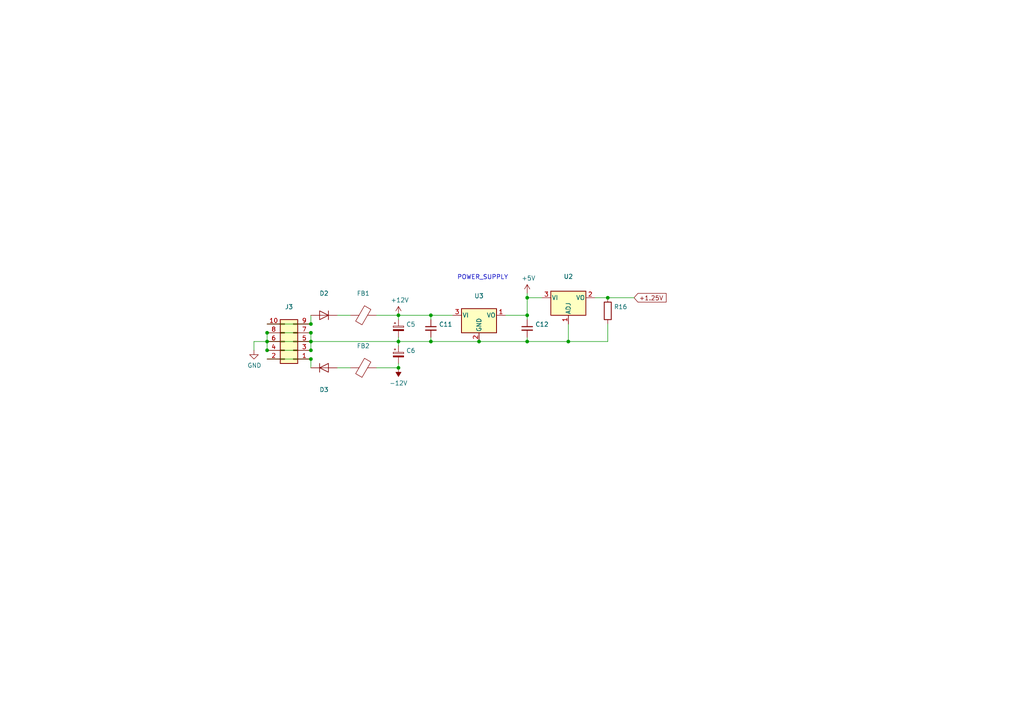
<source format=kicad_sch>
(kicad_sch (version 20211123) (generator eeschema)
  (paper "A4")
  (title_block (title "TCE / Two Comparator Effect") (date "2023-08-06") (rev "0.1.3") (company "Octopus Arts") (comment 1 "eurorack version by Bill Fisher") (comment 2 "original design by Rob Schafer, updated by cyberboy666"))
  (lib_symbols
    (symbol "Connector_Generic:Conn_02x05_Odd_Even" (pin_names (offset 1.016) hide)
      (property "Reference" "J" (at 1.27 7.62 0))
      (property "Value" "Conn_02x05_Odd_Even" (at 1.27 -7.62 0))
      (symbol "Conn_02x05_Odd_Even_1_1"
        (rectangle (start -1.27 -4.953) (end 0 -5.207) (stroke (width 0.1524)))
        (rectangle (start -1.27 -2.413) (end 0 -2.667) (stroke (width 0.1524)))
        (rectangle (start -1.27 0.127) (end 0 -0.127) (stroke (width 0.1524)))
        (rectangle (start -1.27 2.667) (end 0 2.413) (stroke (width 0.1524)))
        (rectangle (start -1.27 5.207) (end 0 4.953) (stroke (width 0.1524)))
        (rectangle (start -1.27 6.35) (end 3.81 -6.35) (stroke (width 0.254)) (fill (type background)))
        (rectangle (start 3.81 -4.953) (end 2.54 -5.207) (stroke (width 0.1524)))
        (rectangle (start 3.81 -2.413) (end 2.54 -2.667) (stroke (width 0.1524)))
        (rectangle (start 3.81 0.127) (end 2.54 -0.127) (stroke (width 0.1524)))
        (rectangle (start 3.81 2.667) (end 2.54 2.413) (stroke (width 0.1524)))
        (rectangle (start 3.81 5.207) (end 2.54 4.953) (stroke (width 0.1524)))
        (pin passive line (at -5.08 5.08 0) (length 3.81) (name "Pin_1") (number "1"))
        (pin passive line (at 7.62 -5.08 180) (length 3.81) (name "Pin_10") (number "10"))
        (pin passive line (at 7.62 5.08 180) (length 3.81) (name "Pin_2") (number "2"))
        (pin passive line (at -5.08 2.54 0) (length 3.81) (name "Pin_3") (number "3"))
        (pin passive line (at 7.62 2.54 180) (length 3.81) (name "Pin_4") (number "4"))
        (pin passive line (at -5.08 0 0) (length 3.81) (name "Pin_5") (number "5"))
        (pin passive line (at 7.62 0 180) (length 3.81) (name "Pin_6") (number "6"))
        (pin passive line (at -5.08 -2.54 0) (length 3.81) (name "Pin_7") (number "7"))
        (pin passive line (at 7.62 -2.54 180) (length 3.81) (name "Pin_8") (number "8"))
        (pin passive line (at -5.08 -5.08 0) (length 3.81) (name "Pin_9") (number "9"))
      )
    )
    (symbol "Device:C_Small" (pin_numbers hide) (pin_names (offset 0.254) hide)
      (property "Reference" "C" (at 0.254 1.778 0))
      (property "Value" "C_Small" (at 0.254 -2.032 0))
      (symbol "C_Small_0_1"
        (polyline (pts (xy -1.524 -0.508) (xy 1.524 -0.508)) (stroke (width 0.3302)))
        (polyline (pts (xy -1.524 0.508) (xy 1.524 0.508)) (stroke (width 0.3048)))
      )
      (symbol "C_Small_1_1"
        (pin passive line (at 0 2.54 270) (length 2.032) (name "~") (number "1"))
        (pin passive line (at 0 -2.54 90) (length 2.032) (name "~") (number "2"))
      )
    )
    (symbol "Device:FerriteBead" (pin_numbers hide) (pin_names (offset 0))
      (property "Reference" "FB" (at -3.81 0.635 90))
      (property "Value" "FerriteBead" (at 3.81 0 90))
      (symbol "FerriteBead_0_1"
        (polyline (pts (xy 0 -1.27) (xy 0 -1.2192)))
        (polyline (pts (xy 0 1.27) (xy 0 1.2954)))
        (polyline (pts (xy -2.7686 0.4064) (xy -1.7018 2.2606) (xy 2.7686 -0.3048) (xy 1.6764 -2.159) (xy -2.7686 0.4064)))
      )
      (symbol "FerriteBead_1_1"
        (pin passive line (at 0 3.81 270) (length 2.54) (name "~") (number "1"))
        (pin passive line (at 0 -3.81 90) (length 2.54) (name "~") (number "2"))
      )
    )
    (symbol "Device:R" (pin_numbers hide) (pin_names (offset 0))
      (property "Reference" "R" (at 2.032 0 90))
      (property "Value" "R" (at 0 0 90))
      (symbol "R_0_1"
        (rectangle (start -1.016 -2.54) (end 1.016 2.54) (stroke (width 0.254)))
      )
      (symbol "R_1_1"
        (pin passive line (at 0 3.81 270) (length 1.27) (name "~") (number "1"))
        (pin passive line (at 0 -3.81 90) (length 1.27) (name "~") (number "2"))
      )
    )
    (symbol "Regulator_Linear:L78L05_TO92" (pin_names (offset 0.254))
      (property "Reference" "U" (at -3.81 3.175 0))
      (property "Value" "L78L05_TO92" (at 0 3.175 0))
      (symbol "L78L05_TO92_0_1"
        (rectangle (start -5.08 -5.08) (end 5.08 1.905) (stroke (width 0.254)) (fill (type background)))
      )
      (symbol "L78L05_TO92_1_1"
        (pin power_out line (at 7.62 0 180) (length 2.54) (name "VO") (number "1"))
        (pin power_in line (at 0 -7.62 90) (length 2.54) (name "GND") (number "2"))
        (pin power_in line (at -7.62 0 0) (length 2.54) (name "VI") (number "3"))
      )
    )
    (symbol "Regulator_Linear:LM317L_TO92" (pin_names (offset 0.254))
      (property "Reference" "U" (at -3.81 3.175 0))
      (property "Value" "LM317L_TO92" (at 0 3.175 0))
      (symbol "LM317L_TO92_0_1"
        (rectangle (start -5.08 1.905) (end 5.08 -5.08) (stroke (width 0.254)) (fill (type background)))
      )
      (symbol "LM317L_TO92_1_1"
        (pin input line (at 0 -7.62 90) (length 2.54) (name "ADJ") (number "1"))
        (pin power_out line (at 7.62 0 180) (length 2.54) (name "VO") (number "2"))
        (pin power_in line (at -7.62 0 0) (length 2.54) (name "VI") (number "3"))
      )
    )
    (symbol "Sync-Ope-proto-rescue:+12V-power" (power) (pin_names (offset 0))
      (property "Value" "+12V-power" (at 0 3.556 0))
      (symbol "+12V-power_0_1"
        (polyline (pts (xy -0.762 1.27) (xy 0 2.54)))
        (polyline (pts (xy 0 0) (xy 0 2.54)))
        (polyline (pts (xy 0 2.54) (xy 0.762 1.27)))
      )
      (symbol "+12V-power_1_1"
        (pin power_in line (at 0 0 90) (length 0) hide (name "+12V") (number "1"))
      )
    )
    (symbol "Sync-Ope-proto-rescue:CP_Small-Device" (pin_numbers hide) (pin_names (offset 0.254) hide)
      (property "Reference" "C" (at 0.254 1.778 0))
      (property "Value" "CP_Small-Device" (at 0.254 -2.032 0))
      (symbol "CP_Small-Device_0_1"
        (rectangle (start -1.524 -0.3048) (end 1.524 -0.6858) (fill (type outline)))
        (rectangle (start -1.524 0.6858) (end 1.524 0.3048))
        (polyline (pts (xy -1.27 1.524) (xy -0.762 1.524)))
        (polyline (pts (xy -1.016 1.27) (xy -1.016 1.778)))
      )
      (symbol "CP_Small-Device_1_1"
        (pin passive line (at 0 2.54 270) (length 1.8542) (name "~") (number "1"))
        (pin passive line (at 0 -2.54 90) (length 1.8542) (name "~") (number "2"))
      )
    )
    (symbol "Sync-Ope-proto-rescue:D-Device" (pin_numbers hide) (pin_names (offset 1.016) hide)
      (property "Reference" "D" (at 0 2.54 0))
      (property "Value" "D-Device" (at 0 -2.54 0))
      (symbol "D-Device_0_1"
        (polyline (pts (xy -1.27 1.27) (xy -1.27 -1.27)) (stroke (width 0.2032)))
        (polyline (pts (xy 1.27 0) (xy -1.27 0)))
        (polyline (pts (xy 1.27 1.27) (xy 1.27 -1.27) (xy -1.27 0) (xy 1.27 1.27)) (stroke (width 0.2032)))
      )
      (symbol "D-Device_1_1"
        (pin passive line (at -3.81 0 0) (length 2.54) (name "K") (number "1"))
        (pin passive line (at 3.81 0 180) (length 2.54) (name "A") (number "2"))
      )
    )
    (symbol "Sync-Ope-proto-rescue:GND-power" (power) (pin_names (offset 0))
      (property "Value" "GND-power" (at 0 -3.81 0))
      (symbol "GND-power_0_1"
        (polyline (pts (xy 0 0) (xy 0 -1.27) (xy 1.27 -1.27) (xy 0 -2.54) (xy -1.27 -1.27) (xy 0 -1.27)))
      )
      (symbol "GND-power_1_1"
        (pin power_in line (at 0 0 270) (length 0) hide (name "GND") (number "1"))
      )
    )
    (symbol "power:+5V" (power) (pin_names (offset 0))
      (property "Value" "+5V" (at 0 3.556 0))
      (symbol "+5V_0_1"
        (polyline (pts (xy -0.762 1.27) (xy 0 2.54)))
        (polyline (pts (xy 0 0) (xy 0 2.54)))
        (polyline (pts (xy 0 2.54) (xy 0.762 1.27)))
      )
      (symbol "+5V_1_1"
        (pin power_in line (at 0 0 90) (length 0) hide (name "+5V") (number "1"))
      )
    )
    (symbol "power:-12V" (power) (pin_names (offset 0))
      (property "Value" "-12V" (at 0 3.81 0))
      (symbol "-12V_0_0"
        (pin power_in line (at 0 0 90) (length 0) hide (name "-12V") (number "1"))
      )
      (symbol "-12V_0_1"
        (polyline (pts (xy 0 0) (xy 0 1.27) (xy 0.762 1.27) (xy 0 2.54) (xy -0.762 1.27) (xy 0 1.27)) (fill (type outline)))
      )
    )
  )
  (junction (at 124.968 99.06))
  (junction (at 152.908 91.44))
  (junction (at 77.47 96.52))
  (junction (at 176.276 86.36))
  (junction (at 90.17 99.06))
  (junction (at 164.846 99.06))
  (junction (at 152.908 86.36))
  (junction (at 124.968 91.44))
  (junction (at 90.17 93.98))
  (junction (at 90.17 104.14))
  (junction (at 77.47 99.06))
  (junction (at 77.47 101.6))
  (junction (at 138.938 99.06))
  (junction (at 90.17 101.6))
  (junction (at 115.57 106.68))
  (junction (at 115.57 99.06))
  (junction (at 152.908 99.06))
  (junction (at 90.17 96.52))
  (junction (at 115.57 91.44))
  (wire (pts (xy 115.57 106.68) (xy 115.57 105.41)))
  (wire (pts (xy 115.57 99.06) (xy 124.968 99.06)))
  (wire (pts (xy 90.17 99.06) (xy 90.17 101.6)))
  (wire (pts (xy 77.47 99.06) (xy 90.17 99.06)))
  (wire (pts (xy 152.908 85.09) (xy 152.908 86.36)))
  (wire (pts (xy 97.79 91.44) (xy 101.6 91.44)))
  (wire (pts (xy 77.47 104.14) (xy 90.17 104.14)))
  (wire (pts (xy 124.968 91.44) (xy 131.318 91.44)))
  (wire (pts (xy 176.276 86.36) (xy 183.896 86.36)))
  (wire (pts (xy 172.466 86.36) (xy 176.276 86.36)))
  (wire (pts (xy 115.57 91.44) (xy 124.968 91.44)))
  (wire (pts (xy 90.17 96.52) (xy 90.17 99.06)))
  (wire (pts (xy 152.908 91.44) (xy 152.908 92.71)))
  (wire (pts (xy 77.47 96.52) (xy 90.17 96.52)))
  (wire (pts (xy 90.17 99.06) (xy 115.57 99.06)))
  (wire (pts (xy 124.968 99.06) (xy 138.938 99.06)))
  (wire (pts (xy 124.968 91.44) (xy 124.968 92.71)))
  (wire (pts (xy 115.57 97.79) (xy 115.57 99.06)))
  (wire (pts (xy 90.17 93.98) (xy 90.17 91.44)))
  (wire (pts (xy 138.938 99.06) (xy 152.908 99.06)))
  (wire (pts (xy 77.47 96.52) (xy 77.47 99.06)))
  (wire (pts (xy 115.57 91.44) (xy 115.57 92.71)))
  (wire (pts (xy 97.79 106.68) (xy 101.6 106.68)))
  (wire (pts (xy 164.846 99.06) (xy 176.276 99.06)))
  (wire (pts (xy 164.846 93.98) (xy 164.846 99.06)))
  (wire (pts (xy 176.276 99.06) (xy 176.276 93.98)))
  (wire (pts (xy 77.47 101.6) (xy 90.17 101.6)))
  (wire (pts (xy 90.17 104.14) (xy 90.17 106.68)))
  (wire (pts (xy 152.908 91.44) (xy 152.908 86.36)))
  (wire (pts (xy 124.968 97.79) (xy 124.968 99.06)))
  (wire (pts (xy 146.558 91.44) (xy 152.908 91.44)))
  (wire (pts (xy 109.22 106.68) (xy 115.57 106.68)))
  (wire (pts (xy 152.908 97.79) (xy 152.908 99.06)))
  (wire (pts (xy 77.47 99.06) (xy 77.47 101.6)))
  (wire (pts (xy 115.57 99.06) (xy 115.57 100.33)))
  (wire (pts (xy 152.908 99.06) (xy 164.846 99.06)))
  (wire (pts (xy 152.908 86.36) (xy 157.226 86.36)))
  (wire (pts (xy 109.22 91.44) (xy 115.57 91.44)))
  (wire (pts (xy 77.47 99.06) (xy 73.66 99.06)))
  (wire (pts (xy 73.66 99.06) (xy 73.66 101.6)))
  (wire (pts (xy 77.47 93.98) (xy 90.17 93.98)))
  (text "POWER_SUPPLY" (at 132.588 81.28 0) (effects (font (size 1.27 1.27)) (justify left bottom)))
  (global_label "+1.25V" (shape input) (at 183.896 86.36 0) (property "Intersheet References" "${INTERSHEET_REFS}" (effects hide)))
  (symbol (lib_id "Connector_Generic:Conn_02x05_Odd_Even") (at 85.09 99.06 180) (unit 1)
    (property "Reference" "J3" (at 83.82 89.0102 0))
  )
  (symbol (lib_id "Device:C_Small") (at 152.908 95.25 0) (unit 1)
    (property "Reference" "C12" (at 155.2448 94.0816 0) (effects (justify left)))
  )
  (symbol (lib_id "power:+5V") (at 152.908 85.09 0) (unit 1)
    (property "Reference" "#PWR?" (effects hide))
  )
  (symbol (lib_id "Sync-Ope-proto-rescue:D-Device") (at 93.98 106.68 0) (unit 1)
    (property "Reference" "D3" (at 93.98 113.03 0))
  )
  (symbol (lib_id "power:-12V") (at 115.57 106.68 180) (unit 1)
    (property "Reference" "#PWR?" (effects hide))
  )
  (symbol (lib_id "Sync-Ope-proto-rescue:CP_Small-Device") (at 115.57 95.25 0) (unit 1)
    (property "Reference" "C5" (at 117.8052 94.0816 0) (effects (justify left)))
  )
  (symbol (lib_id "Sync-Ope-proto-rescue:+12V-power") (at 115.57 91.44 0) (unit 1)
    (property "Reference" "#PWR?" (effects hide))
  )
  (symbol (lib_id "Device:FerriteBead") (at 105.41 106.68 90) (unit 1)
    (property "Reference" "FB2" (at 105.3592 100.3386 90))
  )
  (symbol (lib_id "Sync-Ope-proto-rescue:GND-power") (at 73.66 101.6 0) (unit 1)
    (property "Reference" "#PWR?" (effects hide))
  )
  (symbol (lib_id "Sync-Ope-proto-rescue:D-Device") (at 93.98 91.44 180) (unit 1)
    (property "Reference" "D2" (at 93.98 85.09 0))
  )
  (symbol (lib_id "Device:R") (at 176.276 90.17 0) (unit 1)
    (property "Reference" "R16" (at 178.054 89.0016 0) (effects (justify left)))
  )
  (symbol (lib_id "Regulator_Linear:L78L05_TO92") (at 138.938 91.44 0) (unit 1)
    (property "Reference" "U3" (at 138.938 85.8352 0))
    (property "Datasheet" "http://www.st.com/content/ccc/resource/technical/document/datasheet/15/55/e5/aa/23/5b/43/fd/CD00000446.pdf/files/CD00000446.pdf/jcr:content/translations/en.CD00000446.pdf" (effects hide))
  )
  (symbol (lib_id "Sync-Ope-proto-rescue:CP_Small-Device") (at 115.57 102.87 0) (unit 1)
    (property "Reference" "C6" (at 117.8052 101.7016 0) (effects (justify left)))
  )
  (symbol (lib_id "Device:C_Small") (at 124.968 95.25 0) (unit 1)
    (property "Reference" "C11" (at 127.3048 94.0816 0) (effects (justify left)))
  )
  (symbol (lib_id "Regulator_Linear:LM317L_TO92") (at 164.846 86.36 0) (unit 1)
    (property "Reference" "U2" (at 164.846 80.2132 0))
    (property "Datasheet" "http://www.ti.com/lit/ds/snvs775k/snvs775k.pdf" (effects hide))
  )
  (symbol (lib_id "Device:FerriteBead") (at 105.41 91.44 90) (unit 1)
    (property "Reference" "FB1" (at 105.3592 85.0986 90))
  )
)
</source>
